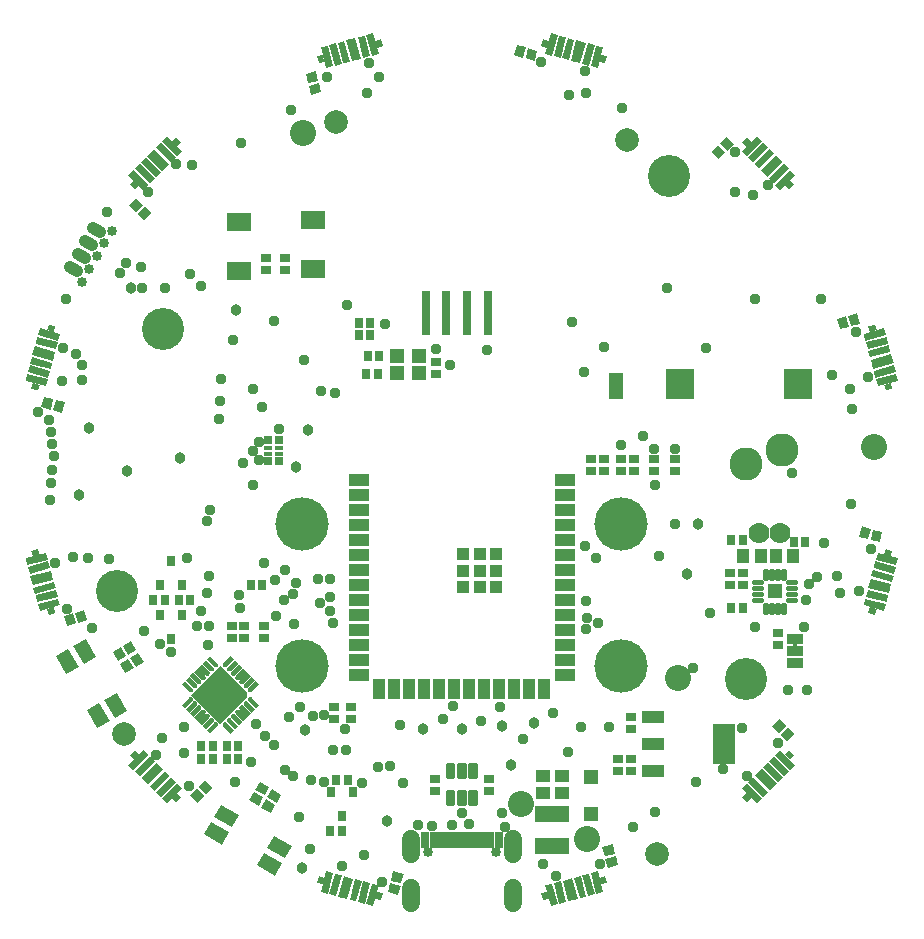
<source format=gbr>
G04 EAGLE Gerber RS-274X export*
G75*
%MOMM*%
%FSLAX34Y34*%
%LPD*%
%INSoldermask Bottom*%
%IPPOS*%
%AMOC8*
5,1,8,0,0,1.08239X$1,22.5*%
G01*
G04 Define Apertures*
%ADD10R,0.903200X0.803200*%
%ADD11R,2.903200X1.453200*%
%ADD12R,0.803200X0.903200*%
%ADD13R,1.203200X1.003200*%
%ADD14R,1.253200X1.153200*%
%ADD15R,0.783200X1.343200*%
%ADD16R,0.473200X1.343200*%
%ADD17C,0.853200*%
%ADD18C,1.503200*%
%ADD19R,0.603200X1.803200*%
%ADD20R,0.553200X1.803200*%
%ADD21R,0.803200X1.803200*%
%ADD22R,0.500000X0.600000*%
%ADD23R,0.703200X0.728200*%
%ADD24R,0.703200X0.453200*%
%ADD25R,2.003200X1.553200*%
%ADD26R,1.753200X1.203200*%
%ADD27R,1.103200X1.103200*%
%ADD28R,1.703200X1.103200*%
%ADD29R,1.103200X1.703200*%
%ADD30C,0.353406*%
%ADD31R,1.964400X1.054000*%
%ADD32R,1.964400X3.354000*%
%ADD33R,0.803200X3.703200*%
%ADD34R,1.303200X1.203200*%
%ADD35C,0.269722*%
%ADD36R,1.303200X1.303200*%
%ADD37R,1.003200X1.203200*%
%ADD38C,4.519200*%
%ADD39C,2.803200*%
%ADD40R,1.473200X0.863600*%
%ADD41C,2.203200*%
%ADD42C,0.965200*%
%ADD43C,1.003200*%
%ADD44R,1.203200X2.203200*%
%ADD45R,2.403200X2.603200*%
%ADD46C,2.000000*%
%ADD47C,0.959600*%
%ADD48C,1.778200*%
%ADD49C,3.556000*%
G36*
X665099Y234950D02*
X665099Y229870D01*
X661289Y229870D01*
X661289Y234950D01*
X665099Y234950D01*
G37*
G36*
X156804Y180886D02*
X157247Y181225D01*
X157765Y181440D01*
X158322Y181514D01*
X158879Y181440D01*
X159397Y181225D01*
X159843Y180884D01*
X160184Y180438D01*
X160399Y179920D01*
X160472Y179363D01*
X160399Y178806D01*
X160184Y178288D01*
X159845Y177845D01*
X153726Y171726D01*
X150685Y174767D01*
X156804Y180886D01*
G37*
G36*
X153726Y209274D02*
X159845Y203155D01*
X160184Y202712D01*
X160399Y202194D01*
X160472Y201637D01*
X160399Y201080D01*
X160184Y200562D01*
X159843Y200116D01*
X159397Y199775D01*
X158879Y199560D01*
X158322Y199486D01*
X157765Y199560D01*
X157247Y199775D01*
X156804Y200114D01*
X150685Y206233D01*
X153726Y209274D01*
G37*
G36*
X163875Y173815D02*
X164318Y174154D01*
X164837Y174369D01*
X165393Y174442D01*
X165950Y174369D01*
X166468Y174154D01*
X166914Y173813D01*
X167255Y173367D01*
X167470Y172849D01*
X167544Y172292D01*
X167470Y171735D01*
X167255Y171217D01*
X166916Y170774D01*
X160797Y164655D01*
X157756Y167696D01*
X163875Y173815D01*
G37*
G36*
X160797Y216345D02*
X166916Y210226D01*
X167255Y209783D01*
X167470Y209265D01*
X167544Y208708D01*
X167470Y208151D01*
X167255Y207633D01*
X166914Y207187D01*
X166468Y206846D01*
X165950Y206631D01*
X165393Y206558D01*
X164837Y206631D01*
X164318Y206846D01*
X163875Y207185D01*
X157756Y213304D01*
X160797Y216345D01*
G37*
G36*
X185805Y171217D02*
X185590Y171735D01*
X185517Y172292D01*
X185590Y172849D01*
X185805Y173367D01*
X186146Y173813D01*
X186592Y174154D01*
X187110Y174369D01*
X187667Y174442D01*
X188224Y174369D01*
X188742Y174154D01*
X189185Y173815D01*
X195304Y167696D01*
X192263Y164655D01*
X186144Y170774D01*
X185805Y171217D01*
G37*
G36*
X185805Y207633D02*
X185590Y208151D01*
X185517Y208708D01*
X185590Y209265D01*
X185805Y209783D01*
X186144Y210226D01*
X192263Y216345D01*
X195304Y213304D01*
X189185Y207185D01*
X188742Y206846D01*
X188224Y206631D01*
X187667Y206558D01*
X187110Y206631D01*
X186592Y206846D01*
X186146Y207187D01*
X185805Y207633D01*
G37*
G36*
X192876Y178288D02*
X192661Y178806D01*
X192588Y179363D01*
X192661Y179920D01*
X192876Y180438D01*
X193217Y180884D01*
X193663Y181225D01*
X194181Y181440D01*
X194738Y181514D01*
X195295Y181440D01*
X195813Y181225D01*
X196256Y180886D01*
X202375Y174767D01*
X199334Y171726D01*
X193215Y177845D01*
X192876Y178288D01*
G37*
G36*
X192876Y200562D02*
X192661Y201080D01*
X192588Y201637D01*
X192661Y202194D01*
X192876Y202712D01*
X193215Y203155D01*
X199334Y209274D01*
X202375Y206233D01*
X196256Y200114D01*
X195813Y199775D01*
X195295Y199560D01*
X194738Y199486D01*
X194181Y199560D01*
X193663Y199775D01*
X193217Y200116D01*
X192876Y200562D01*
G37*
G36*
X149733Y187957D02*
X150176Y188296D01*
X150694Y188511D01*
X151251Y188585D01*
X151808Y188511D01*
X152326Y188296D01*
X152772Y187955D01*
X153113Y187509D01*
X153328Y186991D01*
X153401Y186434D01*
X153328Y185878D01*
X153113Y185359D01*
X152774Y184916D01*
X146655Y178797D01*
X143614Y181838D01*
X149733Y187957D01*
G37*
G36*
X146655Y202203D02*
X152774Y196084D01*
X153113Y195641D01*
X153328Y195122D01*
X153401Y194566D01*
X153328Y194009D01*
X153113Y193491D01*
X152772Y193045D01*
X152326Y192704D01*
X151808Y192489D01*
X151251Y192415D01*
X150694Y192489D01*
X150176Y192704D01*
X149733Y193043D01*
X143614Y199162D01*
X146655Y202203D01*
G37*
G36*
X153269Y184421D02*
X153711Y184761D01*
X154230Y184976D01*
X154786Y185049D01*
X155343Y184976D01*
X155862Y184761D01*
X156307Y184419D01*
X156649Y183974D01*
X156864Y183455D01*
X156937Y182899D01*
X156864Y182342D01*
X156649Y181823D01*
X156309Y181381D01*
X150190Y175262D01*
X147150Y178302D01*
X153269Y184421D01*
G37*
G36*
X150190Y205738D02*
X156309Y199619D01*
X156649Y199177D01*
X156864Y198658D01*
X156937Y198101D01*
X156864Y197545D01*
X156649Y197026D01*
X156307Y196581D01*
X155862Y196239D01*
X155343Y196024D01*
X154786Y195951D01*
X154230Y196024D01*
X153711Y196239D01*
X153269Y196579D01*
X147150Y202698D01*
X150190Y205738D01*
G37*
G36*
X167411Y170279D02*
X167853Y170619D01*
X168372Y170834D01*
X168929Y170907D01*
X169485Y170834D01*
X170004Y170619D01*
X170449Y170277D01*
X170791Y169832D01*
X171006Y169313D01*
X171079Y168756D01*
X171006Y168200D01*
X170791Y167681D01*
X170451Y167239D01*
X164332Y161120D01*
X161292Y164160D01*
X167411Y170279D01*
G37*
G36*
X164332Y219880D02*
X170451Y213761D01*
X170791Y213319D01*
X171006Y212800D01*
X171079Y212244D01*
X171006Y211687D01*
X170791Y211168D01*
X170449Y210723D01*
X170004Y210381D01*
X169485Y210166D01*
X168929Y210093D01*
X168372Y210166D01*
X167853Y210381D01*
X167411Y210721D01*
X161292Y216840D01*
X164332Y219880D01*
G37*
G36*
X170946Y166744D02*
X171389Y167083D01*
X171908Y167298D01*
X172464Y167371D01*
X173021Y167298D01*
X173539Y167083D01*
X173985Y166742D01*
X174327Y166296D01*
X174541Y165778D01*
X174615Y165221D01*
X174541Y164664D01*
X174327Y164146D01*
X173987Y163703D01*
X167868Y157584D01*
X164827Y160625D01*
X170946Y166744D01*
G37*
G36*
X167868Y223416D02*
X173987Y217297D01*
X174327Y216854D01*
X174541Y216336D01*
X174615Y215779D01*
X174541Y215222D01*
X174327Y214704D01*
X173985Y214258D01*
X173539Y213917D01*
X173021Y213702D01*
X172464Y213629D01*
X171908Y213702D01*
X171389Y213917D01*
X170946Y214256D01*
X164827Y220375D01*
X167868Y223416D01*
G37*
G36*
X178734Y164146D02*
X178519Y164664D01*
X178445Y165221D01*
X178519Y165778D01*
X178734Y166296D01*
X179075Y166742D01*
X179521Y167083D01*
X180039Y167298D01*
X180596Y167371D01*
X181152Y167298D01*
X181671Y167083D01*
X182114Y166744D01*
X188233Y160625D01*
X185192Y157584D01*
X179073Y163703D01*
X178734Y164146D01*
G37*
G36*
X178734Y214704D02*
X178519Y215222D01*
X178445Y215779D01*
X178519Y216336D01*
X178734Y216854D01*
X179073Y217297D01*
X185192Y223416D01*
X188233Y220375D01*
X182114Y214256D01*
X181671Y213917D01*
X181152Y213702D01*
X180596Y213629D01*
X180039Y213702D01*
X179521Y213917D01*
X179075Y214258D01*
X178734Y214704D01*
G37*
G36*
X182269Y167681D02*
X182054Y168200D01*
X181981Y168756D01*
X182054Y169313D01*
X182269Y169832D01*
X182611Y170277D01*
X183056Y170619D01*
X183575Y170834D01*
X184131Y170907D01*
X184688Y170834D01*
X185207Y170619D01*
X185649Y170279D01*
X191768Y164160D01*
X188728Y161120D01*
X182609Y167239D01*
X182269Y167681D01*
G37*
G36*
X182269Y211168D02*
X182054Y211687D01*
X181981Y212244D01*
X182054Y212800D01*
X182269Y213319D01*
X182609Y213761D01*
X188728Y219880D01*
X191768Y216840D01*
X185649Y210721D01*
X185207Y210381D01*
X184688Y210166D01*
X184131Y210093D01*
X183575Y210166D01*
X183056Y210381D01*
X182611Y210723D01*
X182269Y211168D01*
G37*
G36*
X196411Y181823D02*
X196196Y182342D01*
X196123Y182899D01*
X196196Y183455D01*
X196411Y183974D01*
X196753Y184419D01*
X197198Y184761D01*
X197717Y184976D01*
X198274Y185049D01*
X198830Y184976D01*
X199349Y184761D01*
X199792Y184421D01*
X205910Y178302D01*
X202870Y175262D01*
X196751Y181381D01*
X196411Y181823D01*
G37*
G36*
X196411Y197026D02*
X196196Y197545D01*
X196123Y198101D01*
X196196Y198658D01*
X196411Y199177D01*
X196751Y199619D01*
X202870Y205738D01*
X205910Y202698D01*
X199792Y196579D01*
X199349Y196239D01*
X198830Y196024D01*
X198274Y195951D01*
X197717Y196024D01*
X197198Y196239D01*
X196753Y196581D01*
X196411Y197026D01*
G37*
G36*
X199947Y185359D02*
X199732Y185878D01*
X199659Y186434D01*
X199732Y186991D01*
X199947Y187509D01*
X200289Y187955D01*
X200734Y188296D01*
X201253Y188511D01*
X201809Y188585D01*
X202366Y188511D01*
X202884Y188296D01*
X203327Y187957D01*
X209446Y181838D01*
X206405Y178797D01*
X200286Y184916D01*
X199947Y185359D01*
G37*
G36*
X199947Y193491D02*
X199732Y194009D01*
X199659Y194566D01*
X199732Y195122D01*
X199947Y195641D01*
X200286Y196084D01*
X206405Y202203D01*
X209446Y199162D01*
X203327Y193043D01*
X202884Y192704D01*
X202366Y192489D01*
X201809Y192415D01*
X201253Y192489D01*
X200734Y192704D01*
X200289Y193045D01*
X199947Y193491D01*
G37*
G36*
X160340Y177350D02*
X160782Y177690D01*
X161301Y177905D01*
X161858Y177978D01*
X162414Y177905D01*
X162933Y177690D01*
X163378Y177348D01*
X163720Y176903D01*
X163935Y176384D01*
X164008Y175828D01*
X163935Y175271D01*
X163720Y174752D01*
X163380Y174310D01*
X157261Y168191D01*
X154221Y171231D01*
X160340Y177350D01*
G37*
G36*
X157261Y212809D02*
X163380Y206690D01*
X163720Y206248D01*
X163935Y205729D01*
X164008Y205172D01*
X163935Y204616D01*
X163720Y204097D01*
X163378Y203652D01*
X162933Y203310D01*
X162414Y203095D01*
X161858Y203022D01*
X161301Y203095D01*
X160782Y203310D01*
X160340Y203650D01*
X154221Y209769D01*
X157261Y212809D01*
G37*
G36*
X189340Y174752D02*
X189125Y175271D01*
X189052Y175828D01*
X189125Y176384D01*
X189340Y176903D01*
X189682Y177348D01*
X190127Y177690D01*
X190646Y177905D01*
X191202Y177978D01*
X191759Y177905D01*
X192278Y177690D01*
X192720Y177350D01*
X198839Y171231D01*
X195799Y168191D01*
X189680Y174310D01*
X189340Y174752D01*
G37*
G36*
X189340Y204097D02*
X189125Y204616D01*
X189052Y205172D01*
X189125Y205729D01*
X189340Y206248D01*
X189680Y206690D01*
X195799Y212809D01*
X198839Y209769D01*
X192720Y203650D01*
X192278Y203310D01*
X191759Y203095D01*
X191202Y203022D01*
X190646Y203095D01*
X190127Y203310D01*
X189682Y203652D01*
X189340Y204097D01*
G37*
G36*
X176530Y215107D02*
X199123Y192515D01*
X199123Y188485D01*
X176530Y165893D01*
X151923Y190500D01*
X176530Y215107D01*
G37*
D10*
X527050Y379810D03*
X527050Y389810D03*
D11*
X457200Y89700D03*
X457200Y62700D03*
D12*
X170100Y147320D03*
X160100Y147320D03*
X181690Y147320D03*
X191690Y147320D03*
X181690Y135890D03*
X191690Y135890D03*
D10*
X513080Y125810D03*
X513080Y135810D03*
X524510Y125810D03*
X524510Y135810D03*
X524510Y171370D03*
X524510Y161370D03*
G36*
X322869Y40862D02*
X331592Y38525D01*
X329513Y30768D01*
X320790Y33105D01*
X322869Y40862D01*
G37*
G36*
X320280Y31203D02*
X329003Y28866D01*
X326924Y21109D01*
X318201Y23446D01*
X320280Y31203D01*
G37*
G36*
X163593Y118163D02*
X169979Y111777D01*
X164299Y106097D01*
X157913Y112483D01*
X163593Y118163D01*
G37*
G36*
X156522Y111092D02*
X162908Y104706D01*
X157228Y99026D01*
X150842Y105412D01*
X156522Y111092D01*
G37*
G36*
X61301Y262080D02*
X63638Y253357D01*
X55881Y251278D01*
X53544Y260001D01*
X61301Y262080D01*
G37*
G36*
X51642Y259492D02*
X53979Y250769D01*
X46222Y248690D01*
X43885Y257413D01*
X51642Y259492D01*
G37*
X501650Y379810D03*
X501650Y389810D03*
G36*
X44672Y437861D02*
X42335Y429138D01*
X34578Y431217D01*
X36915Y439940D01*
X44672Y437861D01*
G37*
G36*
X35013Y440450D02*
X32676Y431727D01*
X24919Y433806D01*
X27256Y442529D01*
X35013Y440450D01*
G37*
G36*
X118163Y598407D02*
X111777Y592021D01*
X106097Y597701D01*
X112483Y604087D01*
X118163Y598407D01*
G37*
G36*
X111092Y605478D02*
X104706Y599092D01*
X99026Y604772D01*
X105412Y611158D01*
X111092Y605478D01*
G37*
G36*
X262080Y700699D02*
X253357Y698362D01*
X251278Y706119D01*
X260001Y708456D01*
X262080Y700699D01*
G37*
G36*
X259492Y710358D02*
X250769Y708021D01*
X248690Y715778D01*
X257413Y718115D01*
X259492Y710358D01*
G37*
G36*
X425228Y731809D02*
X427565Y740532D01*
X435322Y738453D01*
X432985Y729730D01*
X425228Y731809D01*
G37*
G36*
X434887Y729220D02*
X437224Y737943D01*
X444981Y735864D01*
X442644Y727141D01*
X434887Y729220D01*
G37*
G36*
X598407Y643837D02*
X592021Y650223D01*
X597701Y655903D01*
X604087Y649517D01*
X598407Y643837D01*
G37*
G36*
X605478Y650908D02*
X599092Y657294D01*
X604772Y662974D01*
X611158Y656588D01*
X605478Y650908D01*
G37*
G36*
X700699Y499920D02*
X698362Y508643D01*
X706119Y510722D01*
X708456Y501999D01*
X700699Y499920D01*
G37*
G36*
X710358Y502508D02*
X708021Y511231D01*
X715778Y513310D01*
X718115Y504587D01*
X710358Y502508D01*
G37*
G36*
X717328Y324139D02*
X719665Y332862D01*
X727422Y330783D01*
X725085Y322060D01*
X717328Y324139D01*
G37*
G36*
X726987Y321550D02*
X729324Y330273D01*
X737081Y328194D01*
X734744Y319471D01*
X726987Y321550D01*
G37*
G36*
X643837Y163593D02*
X650223Y169979D01*
X655903Y164299D01*
X649517Y157913D01*
X643837Y163593D01*
G37*
G36*
X650908Y156522D02*
X657294Y162908D01*
X662974Y157228D01*
X656588Y150842D01*
X650908Y156522D01*
G37*
G36*
X499920Y61301D02*
X508643Y63638D01*
X510722Y55881D01*
X501999Y53544D01*
X499920Y61301D01*
G37*
G36*
X502508Y51642D02*
X511231Y53979D01*
X513310Y46222D01*
X504587Y43885D01*
X502508Y51642D01*
G37*
D12*
X303450Y495300D03*
X293450Y495300D03*
D10*
X490220Y379810D03*
X490220Y389810D03*
X273050Y180260D03*
X273050Y170260D03*
X215392Y559990D03*
X215392Y549990D03*
X231394Y559990D03*
X231394Y549990D03*
G36*
X210148Y116745D02*
X217968Y112229D01*
X213952Y105275D01*
X206132Y109791D01*
X210148Y116745D01*
G37*
G36*
X205148Y108085D02*
X212968Y103569D01*
X208952Y96615D01*
X201132Y101131D01*
X205148Y108085D01*
G37*
D12*
X170100Y135890D03*
X160100Y135890D03*
D13*
X466090Y121800D03*
X466090Y106800D03*
D14*
X490220Y89660D03*
X490220Y121160D03*
D15*
X412000Y67820D03*
X404500Y67820D03*
D16*
X398500Y67820D03*
X393500Y67820D03*
X388500Y67820D03*
X383500Y67820D03*
X378500Y67820D03*
X373500Y67820D03*
X368500Y67820D03*
X363500Y67820D03*
D15*
X357500Y67820D03*
X350000Y67820D03*
D17*
X409900Y57120D03*
D18*
X424200Y26820D02*
X424200Y13820D01*
X337800Y13820D02*
X337800Y26820D01*
X424200Y55620D02*
X424200Y68620D01*
X337800Y68620D02*
X337800Y55620D01*
D17*
X352100Y57120D03*
D13*
X449580Y121800D03*
X449580Y106800D03*
D19*
G36*
X304675Y30528D02*
X310500Y28967D01*
X305833Y11550D01*
X300008Y13111D01*
X304675Y30528D01*
G37*
G36*
X297431Y32469D02*
X303256Y30908D01*
X298589Y13491D01*
X292764Y15052D01*
X297431Y32469D01*
G37*
D20*
G36*
X290669Y34281D02*
X296012Y32849D01*
X291345Y15433D01*
X286002Y16865D01*
X290669Y34281D01*
G37*
D21*
G36*
X281010Y36869D02*
X288767Y34790D01*
X284100Y17373D01*
X276343Y19452D01*
X281010Y36869D01*
G37*
D19*
G36*
X273283Y38940D02*
X279108Y37379D01*
X274441Y19962D01*
X268616Y21523D01*
X273283Y38940D01*
G37*
G36*
X266038Y40881D02*
X271863Y39320D01*
X267196Y21903D01*
X261371Y23464D01*
X266038Y40881D01*
G37*
D22*
G36*
X259796Y36842D02*
X264625Y35548D01*
X263072Y29754D01*
X258243Y31048D01*
X259796Y36842D01*
G37*
G36*
X309058Y23643D02*
X313887Y22349D01*
X312334Y16555D01*
X307505Y17849D01*
X309058Y23643D01*
G37*
D19*
G36*
X731472Y304675D02*
X733033Y310500D01*
X750450Y305833D01*
X748889Y300008D01*
X731472Y304675D01*
G37*
G36*
X729531Y297431D02*
X731092Y303256D01*
X748509Y298589D01*
X746948Y292764D01*
X729531Y297431D01*
G37*
D20*
G36*
X727719Y290669D02*
X729151Y296012D01*
X746567Y291345D01*
X745135Y286002D01*
X727719Y290669D01*
G37*
D21*
G36*
X725131Y281010D02*
X727210Y288767D01*
X744627Y284100D01*
X742548Y276343D01*
X725131Y281010D01*
G37*
D19*
G36*
X723060Y273283D02*
X724621Y279108D01*
X742038Y274441D01*
X740477Y268616D01*
X723060Y273283D01*
G37*
G36*
X721119Y266038D02*
X722680Y271863D01*
X740097Y267196D01*
X738536Y261371D01*
X721119Y266038D01*
G37*
D22*
G36*
X725158Y259796D02*
X726452Y264625D01*
X732246Y263072D01*
X730952Y258243D01*
X725158Y259796D01*
G37*
G36*
X738357Y309058D02*
X739651Y313887D01*
X745445Y312334D01*
X744151Y307505D01*
X738357Y309058D01*
G37*
D19*
G36*
X646355Y139664D02*
X650620Y143929D01*
X663369Y131180D01*
X659104Y126915D01*
X646355Y139664D01*
G37*
G36*
X641052Y134361D02*
X645317Y138626D01*
X658066Y125877D01*
X653801Y121612D01*
X641052Y134361D01*
G37*
D20*
G36*
X636102Y129411D02*
X640014Y133323D01*
X652764Y120573D01*
X648852Y116661D01*
X636102Y129411D01*
G37*
D21*
G36*
X629030Y122340D02*
X634710Y128020D01*
X647460Y115270D01*
X641780Y109590D01*
X629030Y122340D01*
G37*
D19*
G36*
X623374Y116683D02*
X627639Y120948D01*
X640388Y108199D01*
X636123Y103934D01*
X623374Y116683D01*
G37*
G36*
X618071Y111380D02*
X622336Y115645D01*
X635085Y102896D01*
X630820Y98631D01*
X618071Y111380D01*
G37*
D22*
G36*
X618447Y103955D02*
X621983Y107491D01*
X626225Y103249D01*
X622689Y99713D01*
X618447Y103955D01*
G37*
G36*
X654509Y140017D02*
X658045Y143553D01*
X662287Y139311D01*
X658751Y135775D01*
X654509Y140017D01*
G37*
D19*
G36*
X490137Y39320D02*
X495962Y40881D01*
X500629Y23464D01*
X494804Y21903D01*
X490137Y39320D01*
G37*
G36*
X482892Y37379D02*
X488717Y38940D01*
X493384Y21523D01*
X487559Y19962D01*
X482892Y37379D01*
G37*
D20*
G36*
X476130Y35566D02*
X481473Y36998D01*
X486140Y19582D01*
X480797Y18150D01*
X476130Y35566D01*
G37*
D21*
G36*
X466472Y32979D02*
X474229Y35058D01*
X478896Y17641D01*
X471139Y15562D01*
X466472Y32979D01*
G37*
D19*
G36*
X458744Y30908D02*
X464569Y32469D01*
X469236Y15052D01*
X463411Y13491D01*
X458744Y30908D01*
G37*
G36*
X451500Y28967D02*
X457325Y30528D01*
X461992Y13111D01*
X456167Y11550D01*
X451500Y28967D01*
G37*
D22*
G36*
X448113Y22349D02*
X452942Y23643D01*
X454495Y17849D01*
X449666Y16555D01*
X448113Y22349D01*
G37*
G36*
X497375Y35548D02*
X502204Y36842D01*
X503757Y31048D01*
X498928Y29754D01*
X497375Y35548D01*
G37*
D19*
G36*
X139664Y115645D02*
X143929Y111380D01*
X131180Y98631D01*
X126915Y102896D01*
X139664Y115645D01*
G37*
G36*
X134361Y120948D02*
X138626Y116683D01*
X125877Y103934D01*
X121612Y108199D01*
X134361Y120948D01*
G37*
D20*
G36*
X129411Y125898D02*
X133323Y121986D01*
X120573Y109236D01*
X116661Y113148D01*
X129411Y125898D01*
G37*
D21*
G36*
X122340Y132970D02*
X128020Y127290D01*
X115270Y114540D01*
X109590Y120220D01*
X122340Y132970D01*
G37*
D19*
G36*
X116683Y138626D02*
X120948Y134361D01*
X108199Y121612D01*
X103934Y125877D01*
X116683Y138626D01*
G37*
G36*
X111380Y143929D02*
X115645Y139664D01*
X102896Y126915D01*
X98631Y131180D01*
X111380Y143929D01*
G37*
D22*
G36*
X103955Y143553D02*
X107491Y140017D01*
X103249Y135775D01*
X99713Y139311D01*
X103955Y143553D01*
G37*
G36*
X140017Y107491D02*
X143553Y103955D01*
X139311Y99713D01*
X135775Y103249D01*
X140017Y107491D01*
G37*
D19*
G36*
X39320Y271863D02*
X40881Y266038D01*
X23464Y261371D01*
X21903Y267196D01*
X39320Y271863D01*
G37*
G36*
X37379Y279108D02*
X38940Y273283D01*
X21523Y268616D01*
X19962Y274441D01*
X37379Y279108D01*
G37*
D20*
G36*
X35566Y285870D02*
X36998Y280527D01*
X19582Y275860D01*
X18150Y281203D01*
X35566Y285870D01*
G37*
D21*
G36*
X32979Y295528D02*
X35058Y287771D01*
X17641Y283104D01*
X15562Y290861D01*
X32979Y295528D01*
G37*
D19*
G36*
X30908Y303256D02*
X32469Y297431D01*
X15052Y292764D01*
X13491Y298589D01*
X30908Y303256D01*
G37*
G36*
X28967Y310500D02*
X30528Y304675D01*
X13111Y300008D01*
X11550Y305833D01*
X28967Y310500D01*
G37*
D22*
G36*
X22349Y313887D02*
X23643Y309058D01*
X17849Y307505D01*
X16555Y312334D01*
X22349Y313887D01*
G37*
G36*
X35548Y264625D02*
X36842Y259796D01*
X31048Y258243D01*
X29754Y263072D01*
X35548Y264625D01*
G37*
D19*
G36*
X30528Y457325D02*
X28967Y451500D01*
X11550Y456167D01*
X13111Y461992D01*
X30528Y457325D01*
G37*
G36*
X32469Y464569D02*
X30908Y458744D01*
X13491Y463411D01*
X15052Y469236D01*
X32469Y464569D01*
G37*
D20*
G36*
X34281Y471331D02*
X32849Y465988D01*
X15433Y470655D01*
X16865Y475998D01*
X34281Y471331D01*
G37*
D21*
G36*
X36869Y480990D02*
X34790Y473233D01*
X17373Y477900D01*
X19452Y485657D01*
X36869Y480990D01*
G37*
D19*
G36*
X38940Y488717D02*
X37379Y482892D01*
X19962Y487559D01*
X21523Y493384D01*
X38940Y488717D01*
G37*
G36*
X40881Y495962D02*
X39320Y490137D01*
X21903Y494804D01*
X23464Y500629D01*
X40881Y495962D01*
G37*
D22*
G36*
X36842Y502204D02*
X35548Y497375D01*
X29754Y498928D01*
X31048Y503757D01*
X36842Y502204D01*
G37*
G36*
X23643Y452942D02*
X22349Y448113D01*
X16555Y449666D01*
X17849Y454495D01*
X23643Y452942D01*
G37*
D19*
G36*
X115645Y622336D02*
X111380Y618071D01*
X98631Y630820D01*
X102896Y635085D01*
X115645Y622336D01*
G37*
G36*
X120948Y627639D02*
X116683Y623374D01*
X103934Y636123D01*
X108199Y640388D01*
X120948Y627639D01*
G37*
D20*
G36*
X125898Y632589D02*
X121986Y628677D01*
X109236Y641427D01*
X113148Y645339D01*
X125898Y632589D01*
G37*
D21*
G36*
X132970Y639660D02*
X127290Y633980D01*
X114540Y646730D01*
X120220Y652410D01*
X132970Y639660D01*
G37*
D19*
G36*
X138626Y645317D02*
X134361Y641052D01*
X121612Y653801D01*
X125877Y658066D01*
X138626Y645317D01*
G37*
G36*
X143929Y650620D02*
X139664Y646355D01*
X126915Y659104D01*
X131180Y663369D01*
X143929Y650620D01*
G37*
D22*
G36*
X143553Y658045D02*
X140017Y654509D01*
X135775Y658751D01*
X139311Y662287D01*
X143553Y658045D01*
G37*
G36*
X107491Y621983D02*
X103955Y618447D01*
X99713Y622689D01*
X103249Y626225D01*
X107491Y621983D01*
G37*
D19*
G36*
X271863Y722680D02*
X266038Y721119D01*
X261371Y738536D01*
X267196Y740097D01*
X271863Y722680D01*
G37*
G36*
X279108Y724621D02*
X273283Y723060D01*
X268616Y740477D01*
X274441Y742038D01*
X279108Y724621D01*
G37*
D20*
G36*
X285870Y726434D02*
X280527Y725002D01*
X275860Y742418D01*
X281203Y743850D01*
X285870Y726434D01*
G37*
D21*
G36*
X295529Y729021D02*
X287772Y726942D01*
X283105Y744359D01*
X290862Y746438D01*
X295529Y729021D01*
G37*
D19*
G36*
X303256Y731092D02*
X297431Y729531D01*
X292764Y746948D01*
X298589Y748509D01*
X303256Y731092D01*
G37*
G36*
X310500Y733033D02*
X304675Y731472D01*
X300008Y748889D01*
X305833Y750450D01*
X310500Y733033D01*
G37*
D22*
G36*
X313887Y739651D02*
X309058Y738357D01*
X307505Y744151D01*
X312334Y745445D01*
X313887Y739651D01*
G37*
G36*
X264625Y726452D02*
X259796Y725158D01*
X258243Y730952D01*
X263072Y732246D01*
X264625Y726452D01*
G37*
D19*
G36*
X457325Y731472D02*
X451500Y733033D01*
X456167Y750450D01*
X461992Y748889D01*
X457325Y731472D01*
G37*
G36*
X464569Y729531D02*
X458744Y731092D01*
X463411Y748509D01*
X469236Y746948D01*
X464569Y729531D01*
G37*
D20*
G36*
X471331Y727719D02*
X465988Y729151D01*
X470655Y746567D01*
X475998Y745135D01*
X471331Y727719D01*
G37*
D21*
G36*
X480990Y725131D02*
X473233Y727210D01*
X477900Y744627D01*
X485657Y742548D01*
X480990Y725131D01*
G37*
D19*
G36*
X488717Y723060D02*
X482892Y724621D01*
X487559Y742038D01*
X493384Y740477D01*
X488717Y723060D01*
G37*
G36*
X495962Y721119D02*
X490137Y722680D01*
X494804Y740097D01*
X500629Y738536D01*
X495962Y721119D01*
G37*
D22*
G36*
X502204Y725158D02*
X497375Y726452D01*
X498928Y732246D01*
X503757Y730952D01*
X502204Y725158D01*
G37*
G36*
X452942Y738357D02*
X448113Y739651D01*
X449666Y745445D01*
X454495Y744151D01*
X452942Y738357D01*
G37*
D19*
G36*
X622336Y646355D02*
X618071Y650620D01*
X630820Y663369D01*
X635085Y659104D01*
X622336Y646355D01*
G37*
G36*
X627639Y641052D02*
X623374Y645317D01*
X636123Y658066D01*
X640388Y653801D01*
X627639Y641052D01*
G37*
D20*
G36*
X632589Y636102D02*
X628677Y640014D01*
X641427Y652764D01*
X645339Y648852D01*
X632589Y636102D01*
G37*
D21*
G36*
X639660Y629030D02*
X633980Y634710D01*
X646730Y647460D01*
X652410Y641780D01*
X639660Y629030D01*
G37*
D19*
G36*
X645317Y623374D02*
X641052Y627639D01*
X653801Y640388D01*
X658066Y636123D01*
X645317Y623374D01*
G37*
G36*
X650620Y618071D02*
X646355Y622336D01*
X659104Y635085D01*
X663369Y630820D01*
X650620Y618071D01*
G37*
D22*
G36*
X658045Y618447D02*
X654509Y621983D01*
X658751Y626225D01*
X662287Y622689D01*
X658045Y618447D01*
G37*
G36*
X621983Y654509D02*
X618447Y658045D01*
X622689Y662287D01*
X626225Y658751D01*
X621983Y654509D01*
G37*
D19*
G36*
X722680Y490137D02*
X721119Y495962D01*
X738536Y500629D01*
X740097Y494804D01*
X722680Y490137D01*
G37*
G36*
X724621Y482892D02*
X723060Y488717D01*
X740477Y493384D01*
X742038Y487559D01*
X724621Y482892D01*
G37*
D20*
G36*
X726434Y476130D02*
X725002Y481473D01*
X742418Y486140D01*
X743850Y480797D01*
X726434Y476130D01*
G37*
D21*
G36*
X729021Y466471D02*
X726942Y474228D01*
X744359Y478895D01*
X746438Y471138D01*
X729021Y466471D01*
G37*
D19*
G36*
X731092Y458744D02*
X729531Y464569D01*
X746948Y469236D01*
X748509Y463411D01*
X731092Y458744D01*
G37*
G36*
X733033Y451500D02*
X731472Y457325D01*
X748889Y461992D01*
X750450Y456167D01*
X733033Y451500D01*
G37*
D22*
G36*
X739651Y448113D02*
X738357Y452942D01*
X744151Y454495D01*
X745445Y449666D01*
X739651Y448113D01*
G37*
G36*
X726452Y497375D02*
X725158Y502204D01*
X730952Y503757D01*
X732246Y498928D01*
X726452Y497375D01*
G37*
D10*
X515620Y379810D03*
X515620Y389810D03*
X213360Y248840D03*
X213360Y238840D03*
D12*
X151050Y270510D03*
X141050Y270510D03*
X119460Y270510D03*
X129460Y270510D03*
X284400Y118110D03*
X274400Y118110D03*
X279320Y74930D03*
X269320Y74930D03*
X303450Y505460D03*
X293450Y505460D03*
D10*
X543560Y379810D03*
X543560Y389810D03*
X561340Y379810D03*
X561340Y389810D03*
X287020Y180260D03*
X287020Y170260D03*
D23*
X225988Y388127D03*
X216988Y388127D03*
D24*
X225988Y394502D03*
X225988Y399502D03*
D23*
X225988Y405877D03*
X216988Y405877D03*
D24*
X216988Y394502D03*
X216988Y399502D03*
D10*
G36*
X219112Y90265D02*
X211292Y94781D01*
X215308Y101735D01*
X223128Y97219D01*
X219112Y90265D01*
G37*
G36*
X224112Y98925D02*
X216292Y103441D01*
X220308Y110395D01*
X228128Y105879D01*
X224112Y98925D01*
G37*
X403860Y109300D03*
X403860Y119300D03*
X358140Y109300D03*
X358140Y119300D03*
X186690Y248840D03*
X186690Y238840D03*
X196850Y248840D03*
X196850Y238840D03*
D25*
X192532Y590726D03*
X192532Y549226D03*
X255016Y591996D03*
X255016Y550496D03*
D26*
G36*
X176832Y97401D02*
X192014Y88635D01*
X185998Y78215D01*
X170816Y86981D01*
X176832Y97401D01*
G37*
G36*
X168332Y82679D02*
X183514Y73913D01*
X177498Y63493D01*
X162316Y72259D01*
X168332Y82679D01*
G37*
G36*
X222298Y71151D02*
X237480Y62385D01*
X231464Y51965D01*
X216282Y60731D01*
X222298Y71151D01*
G37*
G36*
X213798Y56429D02*
X228980Y47663D01*
X222964Y37243D01*
X207782Y46009D01*
X213798Y56429D01*
G37*
D12*
X269900Y107790D03*
X288900Y107790D03*
X279400Y87790D03*
D27*
X396000Y295440D03*
D28*
X468500Y372640D03*
D27*
X410000Y295440D03*
X382000Y295440D03*
X410000Y281440D03*
X396000Y281440D03*
X382000Y281440D03*
X410000Y309440D03*
X396000Y309440D03*
X382000Y309440D03*
D28*
X468500Y359940D03*
X468500Y347240D03*
X468500Y334540D03*
X468500Y321840D03*
X468500Y309140D03*
X468500Y296440D03*
X468500Y283740D03*
X468500Y271040D03*
X468500Y258340D03*
X468500Y245640D03*
X468500Y232940D03*
X468500Y220240D03*
X468500Y207540D03*
D29*
X450850Y195040D03*
D28*
X293500Y207540D03*
X293500Y220240D03*
X293500Y232940D03*
X293500Y245640D03*
X293500Y258340D03*
X293500Y271040D03*
X293500Y283740D03*
X293500Y296440D03*
X293500Y309140D03*
X293500Y321840D03*
X293500Y334540D03*
X293500Y347240D03*
X293500Y359940D03*
X293500Y372640D03*
D29*
X438150Y195040D03*
X425450Y195040D03*
X412750Y195040D03*
X400050Y195040D03*
X387350Y195040D03*
X374650Y195040D03*
X361950Y195040D03*
X349250Y195040D03*
X336550Y195040D03*
X323850Y195040D03*
X311150Y195040D03*
D30*
X369251Y131049D02*
X369251Y120551D01*
X369251Y131049D02*
X373749Y131049D01*
X373749Y120551D01*
X369251Y120551D01*
X369251Y123908D02*
X373749Y123908D01*
X373749Y127265D02*
X369251Y127265D01*
X369251Y130622D02*
X373749Y130622D01*
X378751Y131049D02*
X378751Y120551D01*
X378751Y131049D02*
X383249Y131049D01*
X383249Y120551D01*
X378751Y120551D01*
X378751Y123908D02*
X383249Y123908D01*
X383249Y127265D02*
X378751Y127265D01*
X378751Y130622D02*
X383249Y130622D01*
X388251Y131049D02*
X388251Y120551D01*
X388251Y131049D02*
X392749Y131049D01*
X392749Y120551D01*
X388251Y120551D01*
X388251Y123908D02*
X392749Y123908D01*
X392749Y127265D02*
X388251Y127265D01*
X388251Y130622D02*
X392749Y130622D01*
X388251Y108049D02*
X388251Y97551D01*
X388251Y108049D02*
X392749Y108049D01*
X392749Y97551D01*
X388251Y97551D01*
X388251Y100908D02*
X392749Y100908D01*
X392749Y104265D02*
X388251Y104265D01*
X388251Y107622D02*
X392749Y107622D01*
X378751Y108049D02*
X378751Y97551D01*
X378751Y108049D02*
X383249Y108049D01*
X383249Y97551D01*
X378751Y97551D01*
X378751Y100908D02*
X383249Y100908D01*
X383249Y104265D02*
X378751Y104265D01*
X378751Y107622D02*
X383249Y107622D01*
X369251Y108049D02*
X369251Y97551D01*
X369251Y108049D02*
X373749Y108049D01*
X373749Y97551D01*
X369251Y97551D01*
X369251Y100908D02*
X373749Y100908D01*
X373749Y104265D02*
X369251Y104265D01*
X369251Y107622D02*
X373749Y107622D01*
D12*
X144120Y283370D03*
X125120Y283370D03*
X134620Y303370D03*
X125120Y257650D03*
X144120Y257650D03*
X134620Y237650D03*
D31*
X542520Y125590D03*
X542520Y148590D03*
X542520Y171590D03*
D32*
X603020Y148590D03*
D33*
X402750Y513347D03*
X385250Y513347D03*
X367750Y513347D03*
X350250Y513347D03*
D34*
X325780Y477400D03*
X344780Y477400D03*
X344780Y462400D03*
X325780Y462400D03*
D12*
X299800Y462280D03*
X309800Y462280D03*
X311070Y477520D03*
X301070Y477520D03*
D35*
X635186Y271648D02*
X635186Y269612D01*
X627450Y269612D01*
X627450Y271648D01*
X635186Y271648D01*
X635186Y274612D02*
X635186Y276648D01*
X635186Y274612D02*
X627450Y274612D01*
X627450Y276648D01*
X635186Y276648D01*
X635186Y279612D02*
X635186Y281648D01*
X635186Y279612D02*
X627450Y279612D01*
X627450Y281648D01*
X635186Y281648D01*
X635186Y284612D02*
X635186Y286648D01*
X635186Y284612D02*
X627450Y284612D01*
X627450Y286648D01*
X635186Y286648D01*
X663886Y286648D02*
X663886Y284612D01*
X656150Y284612D01*
X656150Y286648D01*
X663886Y286648D01*
X663886Y281648D02*
X663886Y279612D01*
X656150Y279612D01*
X656150Y281648D01*
X663886Y281648D01*
X663886Y276648D02*
X663886Y274612D01*
X656150Y274612D01*
X656150Y276648D01*
X663886Y276648D01*
X663886Y271648D02*
X663886Y269612D01*
X656150Y269612D01*
X656150Y271648D01*
X663886Y271648D01*
X654186Y267648D02*
X654186Y259912D01*
X652150Y259912D01*
X652150Y267648D01*
X654186Y267648D01*
X654186Y262474D02*
X652150Y262474D01*
X652150Y265036D02*
X654186Y265036D01*
X654186Y267598D02*
X652150Y267598D01*
X649186Y267648D02*
X649186Y259912D01*
X647150Y259912D01*
X647150Y267648D01*
X649186Y267648D01*
X649186Y262474D02*
X647150Y262474D01*
X647150Y265036D02*
X649186Y265036D01*
X649186Y267598D02*
X647150Y267598D01*
X644186Y267648D02*
X644186Y259912D01*
X642150Y259912D01*
X642150Y267648D01*
X644186Y267648D01*
X644186Y262474D02*
X642150Y262474D01*
X642150Y265036D02*
X644186Y265036D01*
X644186Y267598D02*
X642150Y267598D01*
X639186Y267648D02*
X639186Y259912D01*
X637150Y259912D01*
X637150Y267648D01*
X639186Y267648D01*
X639186Y262474D02*
X637150Y262474D01*
X637150Y265036D02*
X639186Y265036D01*
X639186Y267598D02*
X637150Y267598D01*
X639186Y288612D02*
X639186Y296348D01*
X639186Y288612D02*
X637150Y288612D01*
X637150Y296348D01*
X639186Y296348D01*
X639186Y291174D02*
X637150Y291174D01*
X637150Y293736D02*
X639186Y293736D01*
X639186Y296298D02*
X637150Y296298D01*
X644186Y296348D02*
X644186Y288612D01*
X642150Y288612D01*
X642150Y296348D01*
X644186Y296348D01*
X644186Y291174D02*
X642150Y291174D01*
X642150Y293736D02*
X644186Y293736D01*
X644186Y296298D02*
X642150Y296298D01*
X649186Y296348D02*
X649186Y288612D01*
X647150Y288612D01*
X647150Y296348D01*
X649186Y296348D01*
X649186Y291174D02*
X647150Y291174D01*
X647150Y293736D02*
X649186Y293736D01*
X649186Y296298D02*
X647150Y296298D01*
X654186Y296348D02*
X654186Y288612D01*
X652150Y288612D01*
X652150Y296348D01*
X654186Y296348D01*
X654186Y291174D02*
X652150Y291174D01*
X652150Y293736D02*
X654186Y293736D01*
X654186Y296298D02*
X652150Y296298D01*
D36*
X645668Y278130D03*
D10*
X618998Y283290D03*
X618998Y293290D03*
X607568Y283290D03*
X607568Y293290D03*
D12*
X618918Y321056D03*
X608918Y321056D03*
X661750Y319786D03*
X671750Y319786D03*
X608918Y264160D03*
X618918Y264160D03*
D37*
X646550Y307594D03*
X661550Y307594D03*
X634118Y307848D03*
X619118Y307848D03*
D10*
X359410Y462360D03*
X359410Y472360D03*
D26*
G36*
X62385Y237480D02*
X71151Y222298D01*
X60731Y216282D01*
X51965Y231464D01*
X62385Y237480D01*
G37*
G36*
X47663Y228980D02*
X56429Y213798D01*
X46009Y207782D01*
X37243Y222964D01*
X47663Y228980D01*
G37*
G36*
X88635Y192014D02*
X97401Y176832D01*
X86981Y170816D01*
X78215Y185998D01*
X88635Y192014D01*
G37*
G36*
X73913Y183514D02*
X82679Y168332D01*
X72259Y162316D01*
X63493Y177498D01*
X73913Y183514D01*
G37*
D10*
G36*
X107149Y225588D02*
X111665Y217768D01*
X104711Y213752D01*
X100195Y221572D01*
X107149Y225588D01*
G37*
G36*
X98489Y220588D02*
X103005Y212768D01*
X96051Y208752D01*
X91535Y216572D01*
X98489Y220588D01*
G37*
G36*
X89701Y218912D02*
X85185Y226732D01*
X92139Y230748D01*
X96655Y222928D01*
X89701Y218912D01*
G37*
G36*
X98361Y223912D02*
X93845Y231732D01*
X100799Y235748D01*
X105315Y227928D01*
X98361Y223912D01*
G37*
X648208Y242490D03*
X648208Y232490D03*
D38*
X516000Y215100D03*
X246000Y215100D03*
X246000Y335100D03*
X516000Y335100D03*
D12*
X202010Y282956D03*
X212010Y282956D03*
D39*
X651706Y397237D03*
X621166Y386121D03*
D40*
X663194Y216916D03*
X663194Y227330D03*
X663194Y237744D03*
D41*
X430784Y98298D03*
X563626Y204216D03*
X486918Y68326D03*
D42*
X240538Y383540D03*
X250952Y414782D03*
X189992Y515874D03*
X101092Y534416D03*
D41*
X246126Y666242D03*
X730250Y399796D03*
D42*
X65532Y416306D03*
X97282Y379476D03*
X56388Y359156D03*
X141986Y390652D03*
X581152Y335026D03*
X571754Y292608D03*
X317246Y83820D03*
X245872Y43942D03*
X381000Y161290D03*
X347726Y161798D03*
X415036Y163830D03*
X442214Y166370D03*
X422656Y131064D03*
X247904Y160274D03*
D43*
X74423Y581990D02*
X68361Y585490D01*
X62011Y574491D02*
X68073Y570991D01*
X61723Y559993D02*
X55661Y563493D01*
X49311Y552494D02*
X55373Y548994D01*
D17*
X84570Y583464D03*
X78220Y572466D03*
X71870Y561467D03*
X65520Y550468D03*
X59170Y539470D03*
D44*
X671566Y451824D03*
X511566Y451824D03*
D45*
X665442Y453922D03*
X565442Y453922D03*
D46*
X546100Y55880D03*
X520700Y660400D03*
X274320Y675640D03*
X95250Y157480D03*
D47*
X240422Y285262D03*
X231533Y295990D03*
X543560Y398780D03*
X371270Y469216D03*
X494538Y305816D03*
X548259Y308229D03*
X561340Y398780D03*
X484886Y315976D03*
X561340Y334772D03*
X413141Y179687D03*
X365344Y170116D03*
X373053Y180892D03*
X432494Y152626D03*
X417727Y78843D03*
X344170Y80010D03*
X33020Y412496D03*
X246888Y473456D03*
X273304Y445516D03*
X474472Y505968D03*
X221996Y507238D03*
X629412Y525780D03*
X587502Y484124D03*
X554736Y534670D03*
X59690Y457200D03*
X54356Y478536D03*
X243332Y87122D03*
X188468Y116840D03*
X145542Y163322D03*
X176276Y190500D03*
X202692Y133350D03*
X64444Y305951D03*
X67908Y246595D03*
X315468Y504444D03*
X283718Y520446D03*
X82567Y304979D03*
X402590Y482516D03*
X591058Y259588D03*
X579120Y116840D03*
X656956Y194041D03*
X525597Y78232D03*
X711200Y432308D03*
X710431Y352147D03*
X684784Y525272D03*
X516128Y687578D03*
X236220Y685800D03*
X484632Y464058D03*
X206911Y166017D03*
X261067Y267761D03*
X670298Y247681D03*
X482120Y163322D03*
X263944Y172974D03*
X330866Y115412D03*
X166116Y232156D03*
X156718Y248666D03*
X238923Y249882D03*
X150431Y546417D03*
X80772Y599186D03*
X629412Y247396D03*
X687832Y319278D03*
X230579Y270256D03*
X244202Y180318D03*
X35560Y392430D03*
X501650Y484886D03*
X544068Y368300D03*
X515620Y402082D03*
X237820Y121234D03*
X112034Y244046D03*
X167160Y290828D03*
X505615Y162913D03*
X282067Y161163D03*
X271798Y143528D03*
X309608Y129060D03*
X296418Y115598D03*
X264414Y116868D03*
X576606Y212826D03*
X187517Y490546D03*
X230962Y126731D03*
X226314Y415036D03*
X195608Y386974D03*
X134366Y226314D03*
X91267Y547487D03*
X110490Y534924D03*
X159766Y536448D03*
X129540Y534924D03*
X204426Y449044D03*
X214249Y155829D03*
X268986Y288798D03*
X253478Y117870D03*
X234611Y171309D03*
X222123Y147955D03*
X33274Y370078D03*
X470740Y141908D03*
X203934Y367869D03*
X495808Y250952D03*
X397322Y167765D03*
X458443Y174877D03*
X165128Y337684D03*
X238021Y275666D03*
X223131Y287155D03*
X213727Y301854D03*
X96329Y555652D03*
X261874Y447548D03*
X533908Y409194D03*
X211760Y434010D03*
X108915Y552653D03*
X148548Y306112D03*
X175852Y439253D03*
X415290Y90170D03*
X356068Y79208D03*
X45720Y525272D03*
X177292Y457454D03*
X381041Y90211D03*
X22098Y429514D03*
X32053Y355395D03*
X313690Y31750D03*
X279400Y45720D03*
X121920Y139700D03*
X36830Y302260D03*
X43180Y483870D03*
X302260Y725170D03*
X485140Y718820D03*
X640080Y622300D03*
X725170Y459740D03*
X622300Y121920D03*
X497840Y46990D03*
X149860Y113030D03*
X46990Y262890D03*
X42418Y455676D03*
X115570Y615696D03*
X266700Y713740D03*
X448310Y726440D03*
X612140Y650240D03*
X715010Y497840D03*
X727710Y313690D03*
X648970Y149860D03*
X544830Y91440D03*
X460520Y37053D03*
X252222Y60198D03*
X717550Y278384D03*
X138541Y640080D03*
X673354Y194310D03*
X372860Y79792D03*
X387032Y81372D03*
X192751Y263887D03*
X223240Y256714D03*
X125739Y233258D03*
X160048Y261366D03*
X320040Y129794D03*
X282780Y143947D03*
X298450Y54610D03*
X127000Y153670D03*
X146050Y140970D03*
X52070Y307340D03*
X167386Y346772D03*
X175344Y423644D03*
X59690Y469900D03*
X152200Y638879D03*
X194310Y657860D03*
X311150Y713740D03*
X300990Y699770D03*
X485810Y700084D03*
X694436Y461264D03*
X701040Y276860D03*
X709930Y449580D03*
X611828Y615732D03*
X471718Y698562D03*
X627411Y613475D03*
X618094Y162529D03*
X449580Y46990D03*
X601980Y127530D03*
X698726Y290641D03*
X359410Y483384D03*
X271530Y251210D03*
X672592Y270256D03*
X269240Y261620D03*
X674624Y283972D03*
X269240Y273050D03*
X681482Y290068D03*
D48*
X649986Y327660D03*
D47*
X660400Y377952D03*
D48*
X632421Y327623D03*
D47*
X164996Y276860D03*
X166652Y248412D03*
X192250Y274582D03*
X259033Y288591D03*
X328164Y165072D03*
D49*
X621284Y203962D03*
X556260Y629920D03*
X127855Y499965D03*
X88757Y278591D03*
D47*
X31750Y422656D03*
X485676Y270030D03*
X209182Y404606D03*
X34290Y381000D03*
X486842Y255504D03*
X209182Y388890D03*
X34290Y402590D03*
X485771Y245749D03*
X204188Y396748D03*
X254856Y172372D03*
M02*

</source>
